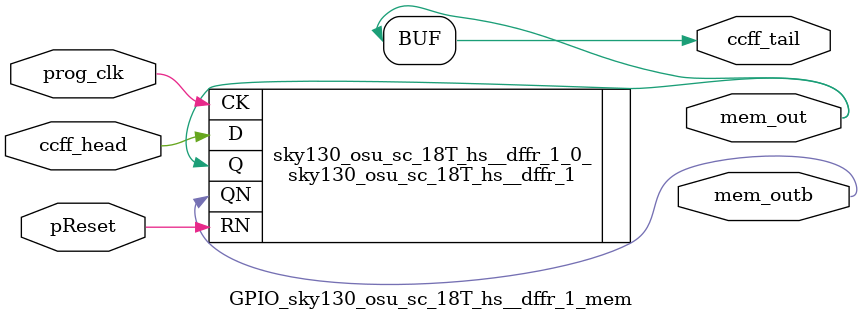
<source format=v>
`default_nettype none

module mux_tree_tapbuf_size4_mem(pReset,
                                 prog_clk,
                                 ccff_head,
                                 ccff_tail,
                                 mem_out,
                                 mem_outb);
//----- GLOBAL PORTS -----
input [0:0] pReset;
//----- GLOBAL PORTS -----
input [0:0] prog_clk;
//----- INPUT PORTS -----
input [0:0] ccff_head;
//----- OUTPUT PORTS -----
output [0:0] ccff_tail;
//----- OUTPUT PORTS -----
output [0:2] mem_out;
//----- OUTPUT PORTS -----
output [0:2] mem_outb;

//----- BEGIN wire-connection ports -----
//----- END wire-connection ports -----


//----- BEGIN Registered ports -----
//----- END Registered ports -----



// ----- BEGIN Local short connections -----
// ----- END Local short connections -----
// ----- BEGIN Local output short connections -----
	assign ccff_tail[0] = mem_out[2];
// ----- END Local output short connections -----

	sky130_osu_sc_18T_hs__dffr_1 sky130_osu_sc_18T_hs__dffr_1_0_ (
		.RN(pReset),
		.CK(prog_clk),
		.D(ccff_head),
		.Q(mem_out[0]),
		.QN(mem_outb[0]));

	sky130_osu_sc_18T_hs__dffr_1 sky130_osu_sc_18T_hs__dffr_1_1_ (
		.RN(pReset),
		.CK(prog_clk),
		.D(mem_out[0]),
		.Q(mem_out[1]),
		.QN(mem_outb[1]));

	sky130_osu_sc_18T_hs__dffr_1 sky130_osu_sc_18T_hs__dffr_1_2_ (
		.RN(pReset),
		.CK(prog_clk),
		.D(mem_out[1]),
		.Q(mem_out[2]),
		.QN(mem_outb[2]));

endmodule
// ----- END Verilog module for mux_tree_tapbuf_size4_mem -----

//----- Default net type -----
`default_nettype wire




//----- Default net type -----
`default_nettype none

// ----- Verilog module for mux_tree_tapbuf_size2_mem -----
module mux_tree_tapbuf_size2_mem(pReset,
                                 prog_clk,
                                 ccff_head,
                                 ccff_tail,
                                 mem_out,
                                 mem_outb);
//----- GLOBAL PORTS -----
input [0:0] pReset;
//----- GLOBAL PORTS -----
input [0:0] prog_clk;
//----- INPUT PORTS -----
input [0:0] ccff_head;
//----- OUTPUT PORTS -----
output [0:0] ccff_tail;
//----- OUTPUT PORTS -----
output [0:1] mem_out;
//----- OUTPUT PORTS -----
output [0:1] mem_outb;

//----- BEGIN wire-connection ports -----
//----- END wire-connection ports -----


//----- BEGIN Registered ports -----
//----- END Registered ports -----



// ----- BEGIN Local short connections -----
// ----- END Local short connections -----
// ----- BEGIN Local output short connections -----
	assign ccff_tail[0] = mem_out[1];
// ----- END Local output short connections -----

	sky130_osu_sc_18T_hs__dffr_1 sky130_osu_sc_18T_hs__dffr_1_0_ (
		.RN(pReset),
		.CK(prog_clk),
		.D(ccff_head),
		.Q(mem_out[0]),
		.QN(mem_outb[0]));

	sky130_osu_sc_18T_hs__dffr_1 sky130_osu_sc_18T_hs__dffr_1_1_ (
		.RN(pReset),
		.CK(prog_clk),
		.D(mem_out[0]),
		.Q(mem_out[1]),
		.QN(mem_outb[1]));

endmodule
// ----- END Verilog module for mux_tree_tapbuf_size2_mem -----

//----- Default net type -----
`default_nettype wire




//----- Default net type -----
`default_nettype none

// ----- Verilog module for mux_tree_tapbuf_size3_mem -----
module mux_tree_tapbuf_size3_mem(pReset,
                                 prog_clk,
                                 ccff_head,
                                 ccff_tail,
                                 mem_out,
                                 mem_outb);
//----- GLOBAL PORTS -----
input [0:0] pReset;
//----- GLOBAL PORTS -----
input [0:0] prog_clk;
//----- INPUT PORTS -----
input [0:0] ccff_head;
//----- OUTPUT PORTS -----
output [0:0] ccff_tail;
//----- OUTPUT PORTS -----
output [0:1] mem_out;
//----- OUTPUT PORTS -----
output [0:1] mem_outb;

//----- BEGIN wire-connection ports -----
//----- END wire-connection ports -----


//----- BEGIN Registered ports -----
//----- END Registered ports -----



// ----- BEGIN Local short connections -----
// ----- END Local short connections -----
// ----- BEGIN Local output short connections -----
	assign ccff_tail[0] = mem_out[1];
// ----- END Local output short connections -----

	sky130_osu_sc_18T_hs__dffr_1 sky130_osu_sc_18T_hs__dffr_1_0_ (
		.RN(pReset),
		.CK(prog_clk),
		.D(ccff_head),
		.Q(mem_out[0]),
		.QN(mem_outb[0]));

	sky130_osu_sc_18T_hs__dffr_1 sky130_osu_sc_18T_hs__dffr_1_1_ (
		.RN(pReset),
		.CK(prog_clk),
		.D(mem_out[0]),
		.Q(mem_out[1]),
		.QN(mem_outb[1]));

endmodule
// ----- END Verilog module for mux_tree_tapbuf_size3_mem -----

//----- Default net type -----
`default_nettype wire




//----- Default net type -----
`default_nettype none

// ----- Verilog module for mux_tree_size60_mem -----
module mux_tree_size60_mem(pReset,
                           prog_clk,
                           ccff_head,
                           ccff_tail,
                           mem_out,
                           mem_outb);
//----- GLOBAL PORTS -----
input [0:0] pReset;
//----- GLOBAL PORTS -----
input [0:0] prog_clk;
//----- INPUT PORTS -----
input [0:0] ccff_head;
//----- OUTPUT PORTS -----
output [0:0] ccff_tail;
//----- OUTPUT PORTS -----
output [0:5] mem_out;
//----- OUTPUT PORTS -----
output [0:5] mem_outb;

//----- BEGIN wire-connection ports -----
//----- END wire-connection ports -----


//----- BEGIN Registered ports -----
//----- END Registered ports -----



// ----- BEGIN Local short connections -----
// ----- END Local short connections -----
// ----- BEGIN Local output short connections -----
	assign ccff_tail[0] = mem_out[5];
// ----- END Local output short connections -----

	sky130_osu_sc_18T_hs__dffr_1 sky130_osu_sc_18T_hs__dffr_1_0_ (
		.RN(pReset),
		.CK(prog_clk),
		.D(ccff_head),
		.Q(mem_out[0]),
		.QN(mem_outb[0]));

	sky130_osu_sc_18T_hs__dffr_1 sky130_osu_sc_18T_hs__dffr_1_1_ (
		.RN(pReset),
		.CK(prog_clk),
		.D(mem_out[0]),
		.Q(mem_out[1]),
		.QN(mem_outb[1]));

	sky130_osu_sc_18T_hs__dffr_1 sky130_osu_sc_18T_hs__dffr_1_2_ (
		.RN(pReset),
		.CK(prog_clk),
		.D(mem_out[1]),
		.Q(mem_out[2]),
		.QN(mem_outb[2]));

	sky130_osu_sc_18T_hs__dffr_1 sky130_osu_sc_18T_hs__dffr_1_3_ (
		.RN(pReset),
		.CK(prog_clk),
		.D(mem_out[2]),
		.Q(mem_out[3]),
		.QN(mem_outb[3]));

	sky130_osu_sc_18T_hs__dffr_1 sky130_osu_sc_18T_hs__dffr_1_4_ (
		.RN(pReset),
		.CK(prog_clk),
		.D(mem_out[3]),
		.Q(mem_out[4]),
		.QN(mem_outb[4]));

	sky130_osu_sc_18T_hs__dffr_1 sky130_osu_sc_18T_hs__dffr_1_5_ (
		.RN(pReset),
		.CK(prog_clk),
		.D(mem_out[4]),
		.Q(mem_out[5]),
		.QN(mem_outb[5]));

endmodule
// ----- END Verilog module for mux_tree_size60_mem -----

//----- Default net type -----
`default_nettype wire




//----- Default net type -----
`default_nettype none

// ----- Verilog module for mux_tree_size2_mem -----
module mux_tree_size2_mem(pReset,
                          prog_clk,
                          ccff_head,
                          ccff_tail,
                          mem_out,
                          mem_outb);
//----- GLOBAL PORTS -----
input [0:0] pReset;
//----- GLOBAL PORTS -----
input [0:0] prog_clk;
//----- INPUT PORTS -----
input [0:0] ccff_head;
//----- OUTPUT PORTS -----
output [0:0] ccff_tail;
//----- OUTPUT PORTS -----
output [0:1] mem_out;
//----- OUTPUT PORTS -----
output [0:1] mem_outb;

//----- BEGIN wire-connection ports -----
//----- END wire-connection ports -----


//----- BEGIN Registered ports -----
//----- END Registered ports -----



// ----- BEGIN Local short connections -----
// ----- END Local short connections -----
// ----- BEGIN Local output short connections -----
	assign ccff_tail[0] = mem_out[1];
// ----- END Local output short connections -----

	sky130_osu_sc_18T_hs__dffr_1 sky130_osu_sc_18T_hs__dffr_1_0_ (
		.RN(pReset),
		.CK(prog_clk),
		.D(ccff_head),
		.Q(mem_out[0]),
		.QN(mem_outb[0]));

	sky130_osu_sc_18T_hs__dffr_1 sky130_osu_sc_18T_hs__dffr_1_1_ (
		.RN(pReset),
		.CK(prog_clk),
		.D(mem_out[0]),
		.Q(mem_out[1]),
		.QN(mem_outb[1]));

endmodule
// ----- END Verilog module for mux_tree_size2_mem -----

//----- Default net type -----
`default_nettype wire




//----- Default net type -----
`default_nettype none

// ----- Verilog module for frac_lut6_sky130_osu_sc_18T_hs__dffr_1_mem -----
module frac_lut6_sky130_osu_sc_18T_hs__dffr_1_mem(pReset,
                                                  prog_clk,
                                                  ccff_head,
                                                  ccff_tail,
                                                  mem_out,
                                                  mem_outb);
//----- GLOBAL PORTS -----
input [0:0] pReset;
//----- GLOBAL PORTS -----
input [0:0] prog_clk;
//----- INPUT PORTS -----
input [0:0] ccff_head;
//----- OUTPUT PORTS -----
output [0:0] ccff_tail;
//----- OUTPUT PORTS -----
output [0:64] mem_out;
//----- OUTPUT PORTS -----
output [0:64] mem_outb;

//----- BEGIN wire-connection ports -----
//----- END wire-connection ports -----


//----- BEGIN Registered ports -----
//----- END Registered ports -----



// ----- BEGIN Local short connections -----
// ----- END Local short connections -----
// ----- BEGIN Local output short connections -----
	assign ccff_tail[0] = mem_out[64];
// ----- END Local output short connections -----

	sky130_osu_sc_18T_hs__dffr_1 sky130_osu_sc_18T_hs__dffr_1_0_ (
		.RN(pReset),
		.CK(prog_clk),
		.D(ccff_head),
		.Q(mem_out[0]),
		.QN(mem_outb[0]));

	sky130_osu_sc_18T_hs__dffr_1 sky130_osu_sc_18T_hs__dffr_1_1_ (
		.RN(pReset),
		.CK(prog_clk),
		.D(mem_out[0]),
		.Q(mem_out[1]),
		.QN(mem_outb[1]));

	sky130_osu_sc_18T_hs__dffr_1 sky130_osu_sc_18T_hs__dffr_1_2_ (
		.RN(pReset),
		.CK(prog_clk),
		.D(mem_out[1]),
		.Q(mem_out[2]),
		.QN(mem_outb[2]));

	sky130_osu_sc_18T_hs__dffr_1 sky130_osu_sc_18T_hs__dffr_1_3_ (
		.RN(pReset),
		.CK(prog_clk),
		.D(mem_out[2]),
		.Q(mem_out[3]),
		.QN(mem_outb[3]));

	sky130_osu_sc_18T_hs__dffr_1 sky130_osu_sc_18T_hs__dffr_1_4_ (
		.RN(pReset),
		.CK(prog_clk),
		.D(mem_out[3]),
		.Q(mem_out[4]),
		.QN(mem_outb[4]));

	sky130_osu_sc_18T_hs__dffr_1 sky130_osu_sc_18T_hs__dffr_1_5_ (
		.RN(pReset),
		.CK(prog_clk),
		.D(mem_out[4]),
		.Q(mem_out[5]),
		.QN(mem_outb[5]));

	sky130_osu_sc_18T_hs__dffr_1 sky130_osu_sc_18T_hs__dffr_1_6_ (
		.RN(pReset),
		.CK(prog_clk),
		.D(mem_out[5]),
		.Q(mem_out[6]),
		.QN(mem_outb[6]));

	sky130_osu_sc_18T_hs__dffr_1 sky130_osu_sc_18T_hs__dffr_1_7_ (
		.RN(pReset),
		.CK(prog_clk),
		.D(mem_out[6]),
		.Q(mem_out[7]),
		.QN(mem_outb[7]));

	sky130_osu_sc_18T_hs__dffr_1 sky130_osu_sc_18T_hs__dffr_1_8_ (
		.RN(pReset),
		.CK(prog_clk),
		.D(mem_out[7]),
		.Q(mem_out[8]),
		.QN(mem_outb[8]));

	sky130_osu_sc_18T_hs__dffr_1 sky130_osu_sc_18T_hs__dffr_1_9_ (
		.RN(pReset),
		.CK(prog_clk),
		.D(mem_out[8]),
		.Q(mem_out[9]),
		.QN(mem_outb[9]));

	sky130_osu_sc_18T_hs__dffr_1 sky130_osu_sc_18T_hs__dffr_1_10_ (
		.RN(pReset),
		.CK(prog_clk),
		.D(mem_out[9]),
		.Q(mem_out[10]),
		.QN(mem_outb[10]));

	sky130_osu_sc_18T_hs__dffr_1 sky130_osu_sc_18T_hs__dffr_1_11_ (
		.RN(pReset),
		.CK(prog_clk),
		.D(mem_out[10]),
		.Q(mem_out[11]),
		.QN(mem_outb[11]));

	sky130_osu_sc_18T_hs__dffr_1 sky130_osu_sc_18T_hs__dffr_1_12_ (
		.RN(pReset),
		.CK(prog_clk),
		.D(mem_out[11]),
		.Q(mem_out[12]),
		.QN(mem_outb[12]));

	sky130_osu_sc_18T_hs__dffr_1 sky130_osu_sc_18T_hs__dffr_1_13_ (
		.RN(pReset),
		.CK(prog_clk),
		.D(mem_out[12]),
		.Q(mem_out[13]),
		.QN(mem_outb[13]));

	sky130_osu_sc_18T_hs__dffr_1 sky130_osu_sc_18T_hs__dffr_1_14_ (
		.RN(pReset),
		.CK(prog_clk),
		.D(mem_out[13]),
		.Q(mem_out[14]),
		.QN(mem_outb[14]));

	sky130_osu_sc_18T_hs__dffr_1 sky130_osu_sc_18T_hs__dffr_1_15_ (
		.RN(pReset),
		.CK(prog_clk),
		.D(mem_out[14]),
		.Q(mem_out[15]),
		.QN(mem_outb[15]));

	sky130_osu_sc_18T_hs__dffr_1 sky130_osu_sc_18T_hs__dffr_1_16_ (
		.RN(pReset),
		.CK(prog_clk),
		.D(mem_out[15]),
		.Q(mem_out[16]),
		.QN(mem_outb[16]));

	sky130_osu_sc_18T_hs__dffr_1 sky130_osu_sc_18T_hs__dffr_1_17_ (
		.RN(pReset),
		.CK(prog_clk),
		.D(mem_out[16]),
		.Q(mem_out[17]),
		.QN(mem_outb[17]));

	sky130_osu_sc_18T_hs__dffr_1 sky130_osu_sc_18T_hs__dffr_1_18_ (
		.RN(pReset),
		.CK(prog_clk),
		.D(mem_out[17]),
		.Q(mem_out[18]),
		.QN(mem_outb[18]));

	sky130_osu_sc_18T_hs__dffr_1 sky130_osu_sc_18T_hs__dffr_1_19_ (
		.RN(pReset),
		.CK(prog_clk),
		.D(mem_out[18]),
		.Q(mem_out[19]),
		.QN(mem_outb[19]));

	sky130_osu_sc_18T_hs__dffr_1 sky130_osu_sc_18T_hs__dffr_1_20_ (
		.RN(pReset),
		.CK(prog_clk),
		.D(mem_out[19]),
		.Q(mem_out[20]),
		.QN(mem_outb[20]));

	sky130_osu_sc_18T_hs__dffr_1 sky130_osu_sc_18T_hs__dffr_1_21_ (
		.RN(pReset),
		.CK(prog_clk),
		.D(mem_out[20]),
		.Q(mem_out[21]),
		.QN(mem_outb[21]));

	sky130_osu_sc_18T_hs__dffr_1 sky130_osu_sc_18T_hs__dffr_1_22_ (
		.RN(pReset),
		.CK(prog_clk),
		.D(mem_out[21]),
		.Q(mem_out[22]),
		.QN(mem_outb[22]));

	sky130_osu_sc_18T_hs__dffr_1 sky130_osu_sc_18T_hs__dffr_1_23_ (
		.RN(pReset),
		.CK(prog_clk),
		.D(mem_out[22]),
		.Q(mem_out[23]),
		.QN(mem_outb[23]));

	sky130_osu_sc_18T_hs__dffr_1 sky130_osu_sc_18T_hs__dffr_1_24_ (
		.RN(pReset),
		.CK(prog_clk),
		.D(mem_out[23]),
		.Q(mem_out[24]),
		.QN(mem_outb[24]));

	sky130_osu_sc_18T_hs__dffr_1 sky130_osu_sc_18T_hs__dffr_1_25_ (
		.RN(pReset),
		.CK(prog_clk),
		.D(mem_out[24]),
		.Q(mem_out[25]),
		.QN(mem_outb[25]));

	sky130_osu_sc_18T_hs__dffr_1 sky130_osu_sc_18T_hs__dffr_1_26_ (
		.RN(pReset),
		.CK(prog_clk),
		.D(mem_out[25]),
		.Q(mem_out[26]),
		.QN(mem_outb[26]));

	sky130_osu_sc_18T_hs__dffr_1 sky130_osu_sc_18T_hs__dffr_1_27_ (
		.RN(pReset),
		.CK(prog_clk),
		.D(mem_out[26]),
		.Q(mem_out[27]),
		.QN(mem_outb[27]));

	sky130_osu_sc_18T_hs__dffr_1 sky130_osu_sc_18T_hs__dffr_1_28_ (
		.RN(pReset),
		.CK(prog_clk),
		.D(mem_out[27]),
		.Q(mem_out[28]),
		.QN(mem_outb[28]));

	sky130_osu_sc_18T_hs__dffr_1 sky130_osu_sc_18T_hs__dffr_1_29_ (
		.RN(pReset),
		.CK(prog_clk),
		.D(mem_out[28]),
		.Q(mem_out[29]),
		.QN(mem_outb[29]));

	sky130_osu_sc_18T_hs__dffr_1 sky130_osu_sc_18T_hs__dffr_1_30_ (
		.RN(pReset),
		.CK(prog_clk),
		.D(mem_out[29]),
		.Q(mem_out[30]),
		.QN(mem_outb[30]));

	sky130_osu_sc_18T_hs__dffr_1 sky130_osu_sc_18T_hs__dffr_1_31_ (
		.RN(pReset),
		.CK(prog_clk),
		.D(mem_out[30]),
		.Q(mem_out[31]),
		.QN(mem_outb[31]));

	sky130_osu_sc_18T_hs__dffr_1 sky130_osu_sc_18T_hs__dffr_1_32_ (
		.RN(pReset),
		.CK(prog_clk),
		.D(mem_out[31]),
		.Q(mem_out[32]),
		.QN(mem_outb[32]));

	sky130_osu_sc_18T_hs__dffr_1 sky130_osu_sc_18T_hs__dffr_1_33_ (
		.RN(pReset),
		.CK(prog_clk),
		.D(mem_out[32]),
		.Q(mem_out[33]),
		.QN(mem_outb[33]));

	sky130_osu_sc_18T_hs__dffr_1 sky130_osu_sc_18T_hs__dffr_1_34_ (
		.RN(pReset),
		.CK(prog_clk),
		.D(mem_out[33]),
		.Q(mem_out[34]),
		.QN(mem_outb[34]));

	sky130_osu_sc_18T_hs__dffr_1 sky130_osu_sc_18T_hs__dffr_1_35_ (
		.RN(pReset),
		.CK(prog_clk),
		.D(mem_out[34]),
		.Q(mem_out[35]),
		.QN(mem_outb[35]));

	sky130_osu_sc_18T_hs__dffr_1 sky130_osu_sc_18T_hs__dffr_1_36_ (
		.RN(pReset),
		.CK(prog_clk),
		.D(mem_out[35]),
		.Q(mem_out[36]),
		.QN(mem_outb[36]));

	sky130_osu_sc_18T_hs__dffr_1 sky130_osu_sc_18T_hs__dffr_1_37_ (
		.RN(pReset),
		.CK(prog_clk),
		.D(mem_out[36]),
		.Q(mem_out[37]),
		.QN(mem_outb[37]));

	sky130_osu_sc_18T_hs__dffr_1 sky130_osu_sc_18T_hs__dffr_1_38_ (
		.RN(pReset),
		.CK(prog_clk),
		.D(mem_out[37]),
		.Q(mem_out[38]),
		.QN(mem_outb[38]));

	sky130_osu_sc_18T_hs__dffr_1 sky130_osu_sc_18T_hs__dffr_1_39_ (
		.RN(pReset),
		.CK(prog_clk),
		.D(mem_out[38]),
		.Q(mem_out[39]),
		.QN(mem_outb[39]));

	sky130_osu_sc_18T_hs__dffr_1 sky130_osu_sc_18T_hs__dffr_1_40_ (
		.RN(pReset),
		.CK(prog_clk),
		.D(mem_out[39]),
		.Q(mem_out[40]),
		.QN(mem_outb[40]));

	sky130_osu_sc_18T_hs__dffr_1 sky130_osu_sc_18T_hs__dffr_1_41_ (
		.RN(pReset),
		.CK(prog_clk),
		.D(mem_out[40]),
		.Q(mem_out[41]),
		.QN(mem_outb[41]));

	sky130_osu_sc_18T_hs__dffr_1 sky130_osu_sc_18T_hs__dffr_1_42_ (
		.RN(pReset),
		.CK(prog_clk),
		.D(mem_out[41]),
		.Q(mem_out[42]),
		.QN(mem_outb[42]));

	sky130_osu_sc_18T_hs__dffr_1 sky130_osu_sc_18T_hs__dffr_1_43_ (
		.RN(pReset),
		.CK(prog_clk),
		.D(mem_out[42]),
		.Q(mem_out[43]),
		.QN(mem_outb[43]));

	sky130_osu_sc_18T_hs__dffr_1 sky130_osu_sc_18T_hs__dffr_1_44_ (
		.RN(pReset),
		.CK(prog_clk),
		.D(mem_out[43]),
		.Q(mem_out[44]),
		.QN(mem_outb[44]));

	sky130_osu_sc_18T_hs__dffr_1 sky130_osu_sc_18T_hs__dffr_1_45_ (
		.RN(pReset),
		.CK(prog_clk),
		.D(mem_out[44]),
		.Q(mem_out[45]),
		.QN(mem_outb[45]));

	sky130_osu_sc_18T_hs__dffr_1 sky130_osu_sc_18T_hs__dffr_1_46_ (
		.RN(pReset),
		.CK(prog_clk),
		.D(mem_out[45]),
		.Q(mem_out[46]),
		.QN(mem_outb[46]));

	sky130_osu_sc_18T_hs__dffr_1 sky130_osu_sc_18T_hs__dffr_1_47_ (
		.RN(pReset),
		.CK(prog_clk),
		.D(mem_out[46]),
		.Q(mem_out[47]),
		.QN(mem_outb[47]));

	sky130_osu_sc_18T_hs__dffr_1 sky130_osu_sc_18T_hs__dffr_1_48_ (
		.RN(pReset),
		.CK(prog_clk),
		.D(mem_out[47]),
		.Q(mem_out[48]),
		.QN(mem_outb[48]));

	sky130_osu_sc_18T_hs__dffr_1 sky130_osu_sc_18T_hs__dffr_1_49_ (
		.RN(pReset),
		.CK(prog_clk),
		.D(mem_out[48]),
		.Q(mem_out[49]),
		.QN(mem_outb[49]));

	sky130_osu_sc_18T_hs__dffr_1 sky130_osu_sc_18T_hs__dffr_1_50_ (
		.RN(pReset),
		.CK(prog_clk),
		.D(mem_out[49]),
		.Q(mem_out[50]),
		.QN(mem_outb[50]));

	sky130_osu_sc_18T_hs__dffr_1 sky130_osu_sc_18T_hs__dffr_1_51_ (
		.RN(pReset),
		.CK(prog_clk),
		.D(mem_out[50]),
		.Q(mem_out[51]),
		.QN(mem_outb[51]));

	sky130_osu_sc_18T_hs__dffr_1 sky130_osu_sc_18T_hs__dffr_1_52_ (
		.RN(pReset),
		.CK(prog_clk),
		.D(mem_out[51]),
		.Q(mem_out[52]),
		.QN(mem_outb[52]));

	sky130_osu_sc_18T_hs__dffr_1 sky130_osu_sc_18T_hs__dffr_1_53_ (
		.RN(pReset),
		.CK(prog_clk),
		.D(mem_out[52]),
		.Q(mem_out[53]),
		.QN(mem_outb[53]));

	sky130_osu_sc_18T_hs__dffr_1 sky130_osu_sc_18T_hs__dffr_1_54_ (
		.RN(pReset),
		.CK(prog_clk),
		.D(mem_out[53]),
		.Q(mem_out[54]),
		.QN(mem_outb[54]));

	sky130_osu_sc_18T_hs__dffr_1 sky130_osu_sc_18T_hs__dffr_1_55_ (
		.RN(pReset),
		.CK(prog_clk),
		.D(mem_out[54]),
		.Q(mem_out[55]),
		.QN(mem_outb[55]));

	sky130_osu_sc_18T_hs__dffr_1 sky130_osu_sc_18T_hs__dffr_1_56_ (
		.RN(pReset),
		.CK(prog_clk),
		.D(mem_out[55]),
		.Q(mem_out[56]),
		.QN(mem_outb[56]));

	sky130_osu_sc_18T_hs__dffr_1 sky130_osu_sc_18T_hs__dffr_1_57_ (
		.RN(pReset),
		.CK(prog_clk),
		.D(mem_out[56]),
		.Q(mem_out[57]),
		.QN(mem_outb[57]));

	sky130_osu_sc_18T_hs__dffr_1 sky130_osu_sc_18T_hs__dffr_1_58_ (
		.RN(pReset),
		.CK(prog_clk),
		.D(mem_out[57]),
		.Q(mem_out[58]),
		.QN(mem_outb[58]));

	sky130_osu_sc_18T_hs__dffr_1 sky130_osu_sc_18T_hs__dffr_1_59_ (
		.RN(pReset),
		.CK(prog_clk),
		.D(mem_out[58]),
		.Q(mem_out[59]),
		.QN(mem_outb[59]));

	sky130_osu_sc_18T_hs__dffr_1 sky130_osu_sc_18T_hs__dffr_1_60_ (
		.RN(pReset),
		.CK(prog_clk),
		.D(mem_out[59]),
		.Q(mem_out[60]),
		.QN(mem_outb[60]));

	sky130_osu_sc_18T_hs__dffr_1 sky130_osu_sc_18T_hs__dffr_1_61_ (
		.RN(pReset),
		.CK(prog_clk),
		.D(mem_out[60]),
		.Q(mem_out[61]),
		.QN(mem_outb[61]));

	sky130_osu_sc_18T_hs__dffr_1 sky130_osu_sc_18T_hs__dffr_1_62_ (
		.RN(pReset),
		.CK(prog_clk),
		.D(mem_out[61]),
		.Q(mem_out[62]),
		.QN(mem_outb[62]));

	sky130_osu_sc_18T_hs__dffr_1 sky130_osu_sc_18T_hs__dffr_1_63_ (
		.RN(pReset),
		.CK(prog_clk),
		.D(mem_out[62]),
		.Q(mem_out[63]),
		.QN(mem_outb[63]));

	sky130_osu_sc_18T_hs__dffr_1 sky130_osu_sc_18T_hs__dffr_1_64_ (
		.RN(pReset),
		.CK(prog_clk),
		.D(mem_out[63]),
		.Q(mem_out[64]),
		.QN(mem_outb[64]));

endmodule
// ----- END Verilog module for frac_lut6_sky130_osu_sc_18T_hs__dffr_1_mem -----

//----- Default net type -----
`default_nettype wire




//----- Default net type -----
`default_nettype none

// ----- Verilog module for GPIO_sky130_osu_sc_18T_hs__dffr_1_mem -----
module GPIO_sky130_osu_sc_18T_hs__dffr_1_mem(pReset,
                                             prog_clk,
                                             ccff_head,
                                             ccff_tail,
                                             mem_out,
                                             mem_outb);
//----- GLOBAL PORTS -----
input [0:0] pReset;
//----- GLOBAL PORTS -----
input [0:0] prog_clk;
//----- INPUT PORTS -----
input [0:0] ccff_head;
//----- OUTPUT PORTS -----
output [0:0] ccff_tail;
//----- OUTPUT PORTS -----
output [0:0] mem_out;
//----- OUTPUT PORTS -----
output [0:0] mem_outb;

//----- BEGIN wire-connection ports -----
//----- END wire-connection ports -----


//----- BEGIN Registered ports -----
//----- END Registered ports -----



// ----- BEGIN Local short connections -----
// ----- END Local short connections -----
// ----- BEGIN Local output short connections -----
	assign ccff_tail[0] = mem_out[0];
// ----- END Local output short connections -----

	sky130_osu_sc_18T_hs__dffr_1 sky130_osu_sc_18T_hs__dffr_1_0_ (
		.RN(pReset),
		.CK(prog_clk),
		.D(ccff_head),
		.Q(mem_out),
		.QN(mem_outb));

endmodule
// ----- END Verilog module for GPIO_sky130_osu_sc_18T_hs__dffr_1_mem -----

//----- Default net type -----
`default_nettype wire





</source>
